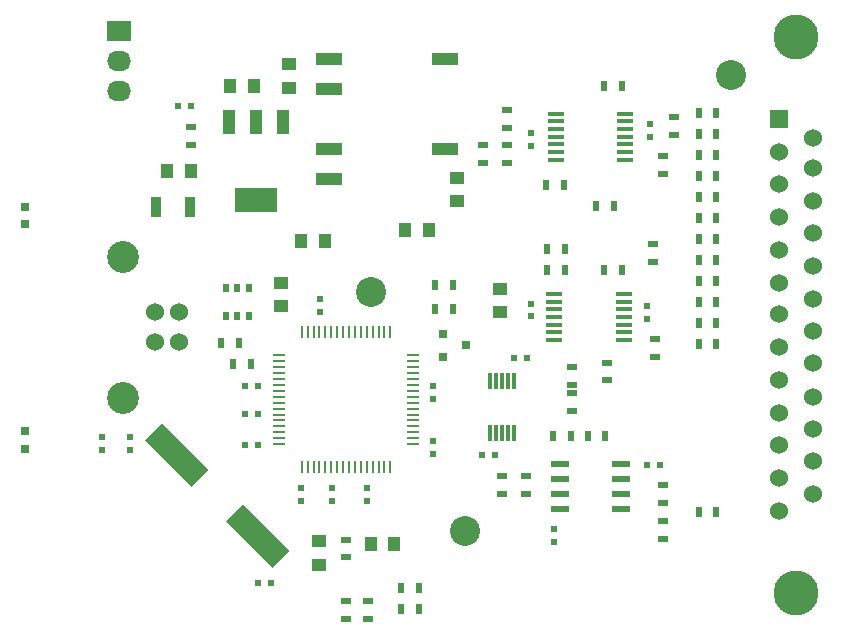
<source format=gbr>
G04 #@! TF.FileFunction,Soldermask,Top*
%FSLAX46Y46*%
G04 Gerber Fmt 4.6, Leading zero omitted, Abs format (unit mm)*
G04 Created by KiCad (PCBNEW 4.0.2-stable) date 2016-06-28 10:59.27*
%MOMM*%
G01*
G04 APERTURE LIST*
%ADD10C,0.100000*%
%ADD11C,2.540000*%
%ADD12R,1.550000X0.600000*%
%ADD13R,1.000000X1.250000*%
%ADD14R,0.250000X1.000000*%
%ADD15R,1.000000X0.250000*%
%ADD16R,3.657600X2.032000*%
%ADD17R,1.016000X2.032000*%
%ADD18R,0.900000X0.500000*%
%ADD19R,0.500000X0.600000*%
%ADD20R,0.600000X0.500000*%
%ADD21R,1.250000X1.000000*%
%ADD22R,0.797560X0.797560*%
%ADD23R,0.900000X1.700000*%
%ADD24C,3.810000*%
%ADD25R,1.524000X1.524000*%
%ADD26C,1.524000*%
%ADD27R,2.032000X1.727200*%
%ADD28O,2.032000X1.727200*%
%ADD29R,0.500000X0.900000*%
%ADD30R,0.550000X0.800000*%
%ADD31R,0.800100X0.800100*%
%ADD32R,2.200000X1.000000*%
%ADD33R,0.300000X1.400000*%
%ADD34R,1.450000X0.450000*%
%ADD35C,2.700020*%
G04 APERTURE END LIST*
D10*
D11*
X161000000Y-110100000D03*
X138500000Y-148700000D03*
D12*
X146550000Y-143045000D03*
X146550000Y-144315000D03*
X146550000Y-145585000D03*
X146550000Y-146855000D03*
X151700000Y-146855000D03*
X151700000Y-145585000D03*
X151700000Y-144315000D03*
X151700000Y-143045000D03*
D13*
X130500000Y-149800000D03*
X132500000Y-149800000D03*
D14*
X124650000Y-143300000D03*
X125150000Y-143300000D03*
X125650000Y-143300000D03*
X126150000Y-143300000D03*
X126650000Y-143300000D03*
X127150000Y-143300000D03*
X127650000Y-143300000D03*
X128150000Y-143300000D03*
X128650000Y-143300000D03*
X129150000Y-143300000D03*
X129650000Y-143300000D03*
X130150000Y-143300000D03*
X130650000Y-143300000D03*
X131150000Y-143300000D03*
X131650000Y-143300000D03*
X132150000Y-143300000D03*
D15*
X134100000Y-141350000D03*
X134100000Y-140850000D03*
X134100000Y-140350000D03*
X134100000Y-139850000D03*
X134100000Y-139350000D03*
X134100000Y-138850000D03*
X134100000Y-138350000D03*
X134100000Y-137850000D03*
X134100000Y-137350000D03*
X134100000Y-136850000D03*
X134100000Y-136350000D03*
X134100000Y-135850000D03*
X134100000Y-135350000D03*
X134100000Y-134850000D03*
X134100000Y-134350000D03*
X134100000Y-133850000D03*
D14*
X132150000Y-131900000D03*
X131650000Y-131900000D03*
X131150000Y-131900000D03*
X130650000Y-131900000D03*
X130150000Y-131900000D03*
X129650000Y-131900000D03*
X129150000Y-131900000D03*
X128650000Y-131900000D03*
X128150000Y-131900000D03*
X127650000Y-131900000D03*
X127150000Y-131900000D03*
X126650000Y-131900000D03*
X126150000Y-131900000D03*
X125650000Y-131900000D03*
X125150000Y-131900000D03*
X124650000Y-131900000D03*
D15*
X122700000Y-133850000D03*
X122700000Y-134350000D03*
X122700000Y-134850000D03*
X122700000Y-135350000D03*
X122700000Y-135850000D03*
X122700000Y-136350000D03*
X122700000Y-136850000D03*
X122700000Y-137350000D03*
X122700000Y-137850000D03*
X122700000Y-138350000D03*
X122700000Y-138850000D03*
X122700000Y-139350000D03*
X122700000Y-139850000D03*
X122700000Y-140350000D03*
X122700000Y-140850000D03*
X122700000Y-141350000D03*
D16*
X120800000Y-120702000D03*
D17*
X120800000Y-114098000D03*
X118514000Y-114098000D03*
X123086000Y-114098000D03*
D18*
X142000000Y-114550000D03*
X142000000Y-113050000D03*
D13*
X115250000Y-118250000D03*
X113250000Y-118250000D03*
D19*
X107700000Y-140750000D03*
X107700000Y-141850000D03*
D20*
X115300000Y-112750000D03*
X114200000Y-112750000D03*
D13*
X118600000Y-111000000D03*
X120600000Y-111000000D03*
X124600000Y-124200000D03*
X126600000Y-124200000D03*
D21*
X123600000Y-111200000D03*
X123600000Y-109200000D03*
X137800000Y-118800000D03*
X137800000Y-120800000D03*
D13*
X135400000Y-123200000D03*
X133400000Y-123200000D03*
D20*
X142650000Y-134100000D03*
X143750000Y-134100000D03*
D21*
X141400000Y-130200000D03*
X141400000Y-128200000D03*
D20*
X139950000Y-142300000D03*
X141050000Y-142300000D03*
D19*
X144100000Y-116150000D03*
X144100000Y-115050000D03*
X146000000Y-149650000D03*
X146000000Y-148550000D03*
D20*
X154950000Y-143100000D03*
X153850000Y-143100000D03*
D19*
X153900000Y-129650000D03*
X153900000Y-130750000D03*
X144100000Y-129450000D03*
X144100000Y-130550000D03*
X154100000Y-114250000D03*
X154100000Y-115350000D03*
D20*
X120950000Y-136400000D03*
X119850000Y-136400000D03*
D19*
X135800000Y-137550000D03*
X135800000Y-136450000D03*
X126200000Y-130150000D03*
X126200000Y-129050000D03*
X130200000Y-145050000D03*
X130200000Y-146150000D03*
D21*
X122900000Y-129700000D03*
X122900000Y-127700000D03*
D20*
X120950000Y-138800000D03*
X119850000Y-138800000D03*
D19*
X127200000Y-145050000D03*
X127200000Y-146150000D03*
X135800000Y-141050000D03*
X135800000Y-142150000D03*
D20*
X120950000Y-141400000D03*
X119850000Y-141400000D03*
X122050000Y-153100000D03*
X120950000Y-153100000D03*
D21*
X126100000Y-149600000D03*
X126100000Y-151600000D03*
D19*
X110100000Y-141850000D03*
X110100000Y-140750000D03*
X124600000Y-145050000D03*
X124600000Y-146150000D03*
D22*
X101200000Y-122749300D03*
X101200000Y-121250700D03*
X101200000Y-140250700D03*
X101200000Y-141749300D03*
D23*
X112300000Y-121250000D03*
X115200000Y-121250000D03*
D18*
X115250000Y-116000000D03*
X115250000Y-114500000D03*
X128400000Y-149450000D03*
X128400000Y-150950000D03*
D24*
X166500000Y-154000000D03*
X166500000Y-106900000D03*
D25*
X165080000Y-113840000D03*
D26*
X165080000Y-116634000D03*
X165080000Y-119301000D03*
X165080000Y-122095000D03*
X165080000Y-124889000D03*
X165080000Y-127683000D03*
X165080000Y-130350000D03*
X165080000Y-133144000D03*
X165080000Y-135938000D03*
X165080000Y-138732000D03*
X165080000Y-141399000D03*
X165080000Y-144193000D03*
X165080000Y-146987000D03*
X167920000Y-115414800D03*
X167920000Y-117954800D03*
X167920000Y-120748800D03*
X167920000Y-123492000D03*
X167920000Y-126235200D03*
X167920000Y-129029200D03*
X167920000Y-131772400D03*
X167920000Y-134515600D03*
X167920000Y-137360400D03*
X167920000Y-140052800D03*
X167920000Y-142796000D03*
X167920000Y-145590000D03*
D27*
X109200000Y-106400000D03*
D28*
X109200000Y-108940000D03*
X109200000Y-111480000D03*
D29*
X118850000Y-134600000D03*
X120350000Y-134600000D03*
X119350000Y-132800000D03*
X117850000Y-132800000D03*
X159754000Y-113284000D03*
X158254000Y-113284000D03*
X159754000Y-115062000D03*
X158254000Y-115062000D03*
X159754000Y-116840000D03*
X158254000Y-116840000D03*
X159754000Y-118618000D03*
X158254000Y-118618000D03*
X159754000Y-120396000D03*
X158254000Y-120396000D03*
X159754000Y-122174000D03*
X158254000Y-122174000D03*
X159754000Y-123952000D03*
X158254000Y-123952000D03*
X159754000Y-125730000D03*
X158254000Y-125730000D03*
X159754000Y-127508000D03*
X158254000Y-127508000D03*
X159754000Y-129286000D03*
X158254000Y-129286000D03*
X159754000Y-131064000D03*
X158254000Y-131064000D03*
X159754000Y-132842000D03*
X158254000Y-132842000D03*
X159754000Y-147066000D03*
X158254000Y-147066000D03*
X137450000Y-127900000D03*
X135950000Y-127900000D03*
X137450000Y-129900000D03*
X135950000Y-129900000D03*
D18*
X141600000Y-144050000D03*
X141600000Y-145550000D03*
X143600000Y-145550000D03*
X143600000Y-144050000D03*
X154400000Y-125950000D03*
X154400000Y-124450000D03*
X147500000Y-137050000D03*
X147500000Y-138550000D03*
D29*
X150250000Y-126600000D03*
X151750000Y-126600000D03*
D18*
X147500000Y-134850000D03*
X147500000Y-136350000D03*
D29*
X145950000Y-140700000D03*
X147450000Y-140700000D03*
X148850000Y-140700000D03*
X150350000Y-140700000D03*
D18*
X150500000Y-134450000D03*
X150500000Y-135950000D03*
D29*
X146950000Y-124800000D03*
X145450000Y-124800000D03*
D18*
X154600000Y-133950000D03*
X154600000Y-132450000D03*
D29*
X145450000Y-126600000D03*
X146950000Y-126600000D03*
D18*
X155200000Y-149350000D03*
X155200000Y-147850000D03*
X155200000Y-144850000D03*
X155200000Y-146350000D03*
D29*
X151050000Y-121200000D03*
X149550000Y-121200000D03*
D18*
X140000000Y-116050000D03*
X140000000Y-117550000D03*
X155200000Y-118450000D03*
X155200000Y-116950000D03*
X156200000Y-113650000D03*
X156200000Y-115150000D03*
X142000000Y-117550000D03*
X142000000Y-116050000D03*
D29*
X151750000Y-111000000D03*
X150250000Y-111000000D03*
X146850000Y-119400000D03*
X145350000Y-119400000D03*
X134550000Y-153500000D03*
X133050000Y-153500000D03*
D18*
X130300000Y-154650000D03*
X130300000Y-156150000D03*
D30*
X118250000Y-128100000D03*
X119200000Y-128100000D03*
X120150000Y-128100000D03*
X120150000Y-130500000D03*
X119200000Y-130500000D03*
X118250000Y-130500000D03*
D31*
X136599240Y-132050000D03*
X136599240Y-133950000D03*
X138598220Y-133000000D03*
D32*
X126940000Y-118900000D03*
X126940000Y-116360000D03*
X126940000Y-111280000D03*
X126940000Y-108740000D03*
X136760000Y-116360000D03*
X136760000Y-108740000D03*
D33*
X142600000Y-136000000D03*
X142100000Y-136000000D03*
X141600000Y-136000000D03*
X141100000Y-136000000D03*
X140600000Y-136000000D03*
X140600000Y-140400000D03*
X141100000Y-140400000D03*
X141600000Y-140400000D03*
X142100000Y-140400000D03*
X142600000Y-140400000D03*
D34*
X146050000Y-128650000D03*
X146050000Y-129300000D03*
X146050000Y-129950000D03*
X146050000Y-130600000D03*
X146050000Y-131250000D03*
X146050000Y-131900000D03*
X146050000Y-132550000D03*
X151950000Y-132550000D03*
X151950000Y-131900000D03*
X151950000Y-131250000D03*
X151950000Y-130600000D03*
X151950000Y-129950000D03*
X151950000Y-129300000D03*
X151950000Y-128650000D03*
X146148000Y-113366000D03*
X146148000Y-114016000D03*
X146148000Y-114666000D03*
X146148000Y-115316000D03*
X146148000Y-115966000D03*
X146148000Y-116616000D03*
X146148000Y-117266000D03*
X152048000Y-117266000D03*
X152048000Y-116616000D03*
X152048000Y-115966000D03*
X152048000Y-115316000D03*
X152048000Y-114666000D03*
X152048000Y-114016000D03*
X152048000Y-113366000D03*
D10*
G36*
X123651476Y-150366141D02*
X122166141Y-151851476D01*
X118205848Y-147891183D01*
X119691183Y-146405848D01*
X123651476Y-150366141D01*
X123651476Y-150366141D01*
G37*
G36*
X116794152Y-143508817D02*
X115308817Y-144994152D01*
X111348524Y-141033859D01*
X112833859Y-139548524D01*
X116794152Y-143508817D01*
X116794152Y-143508817D01*
G37*
D26*
X114250000Y-130210000D03*
X114250000Y-132750000D03*
X112251020Y-132750000D03*
X112251020Y-130210000D03*
D35*
X109551000Y-125480520D03*
X109551000Y-137479480D03*
D29*
X134550000Y-155300000D03*
X133050000Y-155300000D03*
D18*
X128400000Y-154650000D03*
X128400000Y-156150000D03*
D11*
X130500000Y-128500000D03*
M02*

</source>
